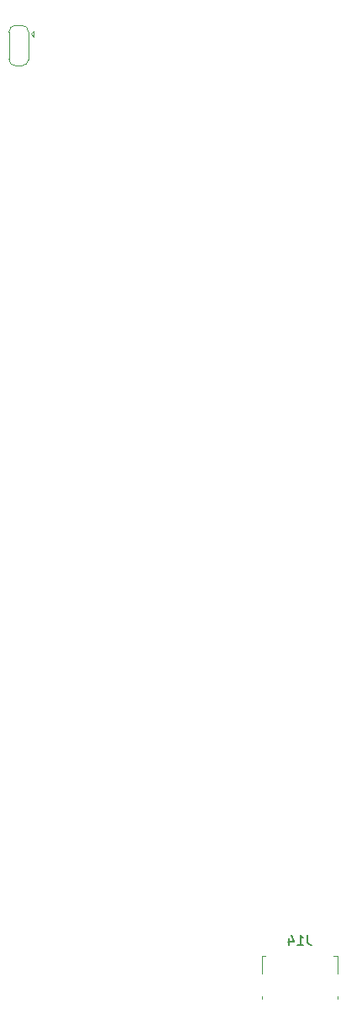
<source format=gbr>
%TF.GenerationSoftware,KiCad,Pcbnew,(6.0.0)*%
%TF.CreationDate,2022-01-23T23:40:48+07:00*%
%TF.ProjectId,NarwhelMainV2,4e617277-6865-46c4-9d61-696e56322e6b,rev?*%
%TF.SameCoordinates,Original*%
%TF.FileFunction,Legend,Bot*%
%TF.FilePolarity,Positive*%
%FSLAX46Y46*%
G04 Gerber Fmt 4.6, Leading zero omitted, Abs format (unit mm)*
G04 Created by KiCad (PCBNEW (6.0.0)) date 2022-01-23 23:40:48*
%MOMM*%
%LPD*%
G01*
G04 APERTURE LIST*
%ADD10C,0.150000*%
%ADD11C,0.120000*%
G04 APERTURE END LIST*
D10*
%TO.C,J14*%
X179009523Y-138552380D02*
X179009523Y-139266666D01*
X179057142Y-139409523D01*
X179152380Y-139504761D01*
X179295238Y-139552380D01*
X179390476Y-139552380D01*
X178009523Y-139552380D02*
X178580952Y-139552380D01*
X178295238Y-139552380D02*
X178295238Y-138552380D01*
X178390476Y-138695238D01*
X178485714Y-138790476D01*
X178580952Y-138838095D01*
X177152380Y-138885714D02*
X177152380Y-139552380D01*
X177390476Y-138504761D02*
X177628571Y-139219047D01*
X177009523Y-139219047D01*
D11*
X174390000Y-144740000D02*
X174390000Y-145000000D01*
X174390000Y-140690000D02*
X174390000Y-142460000D01*
X182010000Y-140690000D02*
X181630000Y-140690000D01*
X174390000Y-140690000D02*
X174770000Y-140690000D01*
X182010000Y-142460000D02*
X182010000Y-140690000D01*
X182010000Y-145000000D02*
X182010000Y-144740000D01*
%TO.C,JP3*%
X149600000Y-50950000D02*
X150200000Y-50950000D01*
X151400000Y-47400000D02*
X151400000Y-48000000D01*
X151100000Y-47700000D02*
X151400000Y-48000000D01*
X151100000Y-47700000D02*
X151400000Y-47400000D01*
X150200000Y-46850000D02*
X149600000Y-46850000D01*
X148900000Y-47500000D02*
X148900000Y-50300000D01*
X150900000Y-50300000D02*
X150900000Y-47500000D01*
X150200000Y-50950000D02*
G75*
G03*
X150900000Y-50250000I1J699999D01*
G01*
X149600000Y-46850000D02*
G75*
G03*
X148900000Y-47550000I-1J-699999D01*
G01*
X150900000Y-47550000D02*
G75*
G03*
X150200000Y-46850000I-699999J1D01*
G01*
X148900000Y-50250000D02*
G75*
G03*
X149600000Y-50950000I699999J-1D01*
G01*
%TD*%
M02*

</source>
